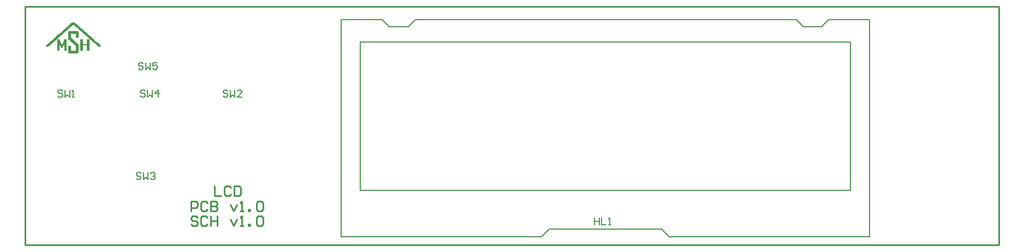
<source format=gto>
G04 Layer_Color=65535*
%FSLAX25Y25*%
%MOIN*%
G70*
G01*
G75*
%ADD10C,0.01000*%
%ADD11C,0.00787*%
G36*
X123628Y217317D02*
X122321D01*
Y220719D01*
Y220738D01*
Y220815D01*
Y220930D01*
Y221084D01*
Y221103D01*
Y221122D01*
Y221237D01*
Y221353D01*
Y221487D01*
X121187Y218816D01*
X120495D01*
X119400Y221487D01*
Y221468D01*
Y221449D01*
Y221353D01*
Y221199D01*
Y221045D01*
Y221007D01*
Y220930D01*
Y220815D01*
Y220719D01*
Y217317D01*
X118093D01*
Y224178D01*
X119361D01*
X120822Y220795D01*
Y220776D01*
X120841Y220719D01*
X120861Y220699D01*
X120880Y220757D01*
X120899Y220795D01*
X122321Y224178D01*
X123628D01*
Y217317D01*
D02*
G37*
G36*
X128260Y234576D02*
X128529Y234519D01*
X128798Y234403D01*
X129068Y234249D01*
X129337Y234038D01*
X129356D01*
X129375Y234000D01*
X129433Y233961D01*
X129509Y233884D01*
X129702Y233711D01*
X129971Y233481D01*
X130317Y233192D01*
X130720Y232827D01*
X131163Y232443D01*
X131662Y232001D01*
X132200Y231520D01*
X132796Y231001D01*
X133411Y230463D01*
X134046Y229887D01*
X134718Y229291D01*
X135391Y228695D01*
X136775Y227446D01*
X136794D01*
X136813Y227407D01*
X136871Y227369D01*
X136948Y227292D01*
X137140Y227119D01*
X137409Y226869D01*
X137755Y226581D01*
X138159Y226216D01*
X138601Y225831D01*
X139100Y225389D01*
X139658Y224889D01*
X140234Y224390D01*
X140849Y223851D01*
X141503Y223275D01*
X142156Y222698D01*
X142848Y222102D01*
X144232Y220892D01*
X144251Y220872D01*
X144328Y220795D01*
X144424Y220661D01*
X144501Y220526D01*
X144559Y220334D01*
X144597Y220142D01*
X144578Y220046D01*
X144540Y219950D01*
X144501Y219834D01*
X144424Y219738D01*
X144405Y219719D01*
X144328Y219661D01*
X144213Y219585D01*
X144078Y219508D01*
X143886Y219469D01*
X143694Y219489D01*
X143598Y219527D01*
X143482Y219565D01*
X143367Y219642D01*
X143252Y219738D01*
X143233Y219758D01*
X143194Y219796D01*
X143117Y219854D01*
X143021Y219950D01*
X142887Y220065D01*
X142733Y220180D01*
X142560Y220334D01*
X142368Y220507D01*
X141945Y220872D01*
X141464Y221295D01*
X140926Y221756D01*
X140369Y222256D01*
X139254Y223236D01*
X138697Y223698D01*
X138197Y224159D01*
X137736Y224563D01*
X137524Y224736D01*
X137332Y224908D01*
X137159Y225062D01*
X137005Y225178D01*
X136871Y225293D01*
X136775Y225389D01*
X136756Y225408D01*
X136736Y225428D01*
X136621Y225524D01*
X136467Y225658D01*
X136294Y225812D01*
X136121Y225985D01*
X135968Y226119D01*
X135852Y226216D01*
X135814Y226254D01*
X135794Y226273D01*
X135775Y226292D01*
X135737Y226331D01*
X135660Y226389D01*
X135525Y226504D01*
X135352Y226658D01*
X135122Y226869D01*
X134968Y226984D01*
X134795Y227138D01*
X134776Y227157D01*
X134737Y227176D01*
X134680Y227253D01*
X134564Y227349D01*
X134411Y227484D01*
X134199Y227657D01*
X133949Y227888D01*
X133642Y228176D01*
X133257Y228503D01*
X132815Y228906D01*
X132565Y229137D01*
X132296Y229368D01*
X132008Y229617D01*
X131681Y229906D01*
X131355Y230194D01*
X131009Y230521D01*
X130624Y230848D01*
X130221Y231213D01*
X129798Y231578D01*
X129356Y231981D01*
X128875Y232404D01*
X128376Y232846D01*
X128356Y232866D01*
X128299Y232904D01*
X128183Y232962D01*
X128049Y233019D01*
X127895Y233039D01*
X127722D01*
X127530Y232981D01*
X127415Y232923D01*
X127319Y232846D01*
X127299Y232827D01*
X127261Y232789D01*
X127184Y232731D01*
X127088Y232635D01*
X126953Y232520D01*
X126799Y232385D01*
X126646Y232251D01*
X126454Y232078D01*
X126012Y231693D01*
X125531Y231270D01*
X125012Y230790D01*
X124455Y230309D01*
X123340Y229310D01*
X122802Y228829D01*
X122302Y228387D01*
X121841Y227984D01*
X121629Y227792D01*
X121437Y227619D01*
X121283Y227484D01*
X121130Y227349D01*
X120995Y227234D01*
X120899Y227138D01*
X120880D01*
X120861Y227100D01*
X120745Y227004D01*
X120591Y226869D01*
X120419Y226715D01*
X120246Y226561D01*
X120092Y226427D01*
X119976Y226331D01*
X119938Y226312D01*
X119919Y226292D01*
X119899Y226273D01*
X119861Y226235D01*
X119784Y226177D01*
X119650Y226081D01*
X119477Y225927D01*
X119246Y225716D01*
X119092Y225581D01*
X118919Y225428D01*
X118900Y225408D01*
X118862Y225389D01*
X118804Y225312D01*
X118689Y225216D01*
X118535Y225081D01*
X118324Y224908D01*
X118074Y224678D01*
X117766Y224409D01*
X117382Y224063D01*
X116940Y223678D01*
X116690Y223448D01*
X116421Y223217D01*
X116132Y222967D01*
X115806Y222679D01*
X115479Y222391D01*
X115133Y222083D01*
X114749Y221756D01*
X114345Y221391D01*
X113922Y221026D01*
X113480Y220642D01*
X113000Y220219D01*
X112500Y219777D01*
X112461Y219758D01*
X112384Y219681D01*
X112250Y219604D01*
X112096Y219527D01*
X111904Y219489D01*
X111712D01*
X111616Y219527D01*
X111520Y219565D01*
X111424Y219642D01*
X111327Y219738D01*
X111308Y219758D01*
X111270Y219834D01*
X111212Y219950D01*
X111174Y220084D01*
Y220257D01*
X111212Y220449D01*
X111250Y220565D01*
X111327Y220661D01*
X111404Y220776D01*
X111520Y220892D01*
X111539Y220911D01*
X111558Y220930D01*
X111616Y220968D01*
X111693Y221045D01*
X111885Y221218D01*
X112154Y221449D01*
X112500Y221737D01*
X112884Y222083D01*
X113346Y222487D01*
X113845Y222929D01*
X114383Y223390D01*
X114960Y223909D01*
X115575Y224447D01*
X116209Y225005D01*
X116863Y225601D01*
X117535Y226196D01*
X118919Y227426D01*
X118939Y227446D01*
X118958Y227465D01*
X119015Y227503D01*
X119092Y227580D01*
X119284Y227753D01*
X119554Y228003D01*
X119899Y228291D01*
X120284Y228656D01*
X120745Y229060D01*
X121245Y229502D01*
X121783Y229983D01*
X122379Y230502D01*
X122994Y231040D01*
X123647Y231616D01*
X124320Y232212D01*
X124993Y232808D01*
X126415Y234038D01*
X126434Y234057D01*
X126473Y234096D01*
X126569Y234153D01*
X126665Y234211D01*
X126799Y234307D01*
X126953Y234384D01*
X127126Y234461D01*
X127338Y234519D01*
X127549Y234576D01*
X127780Y234595D01*
X128010Y234615D01*
X128260Y234576D01*
D02*
G37*
G36*
X130144Y229387D02*
X130355Y229348D01*
X130586Y229252D01*
X130797Y229099D01*
X130913Y229002D01*
X131009Y228887D01*
X131086Y228752D01*
X131143Y228580D01*
X131182Y228387D01*
X131201Y228176D01*
Y225101D01*
X129471D01*
Y227734D01*
X126261D01*
Y225101D01*
X130720Y221295D01*
X130740Y221276D01*
X130797Y221218D01*
X130874Y221122D01*
X130970Y221007D01*
X131047Y220834D01*
X131124Y220642D01*
X131182Y220411D01*
X131201Y220161D01*
Y216894D01*
Y216875D01*
Y216836D01*
Y216778D01*
X131182Y216702D01*
X131143Y216490D01*
X131047Y216279D01*
X130893Y216048D01*
X130797Y215933D01*
X130682Y215837D01*
X130528Y215760D01*
X130355Y215702D01*
X130163Y215664D01*
X129952Y215645D01*
X125685D01*
X125608Y215664D01*
X125397Y215702D01*
X125185Y215798D01*
X124954Y215952D01*
X124839Y216048D01*
X124743Y216163D01*
X124666Y216317D01*
X124608Y216490D01*
X124570Y216682D01*
X124551Y216894D01*
Y220161D01*
X126261D01*
Y217317D01*
X129471D01*
Y220161D01*
X124993Y224005D01*
X124974Y224024D01*
X124916Y224082D01*
X124858Y224159D01*
X124781Y224274D01*
X124685Y224428D01*
X124628Y224620D01*
X124570Y224851D01*
X124551Y225101D01*
Y228176D01*
Y228195D01*
Y228234D01*
Y228291D01*
X124570Y228368D01*
X124608Y228560D01*
X124705Y228791D01*
X124858Y229022D01*
X124954Y229118D01*
X125070Y229214D01*
X125224Y229291D01*
X125397Y229348D01*
X125589Y229387D01*
X125800Y229406D01*
X130067D01*
X130144Y229387D01*
D02*
G37*
G36*
X137659Y217317D02*
X136160D01*
Y220430D01*
X133565D01*
Y217317D01*
X132104D01*
Y224178D01*
X133565D01*
Y221372D01*
X136160D01*
Y224178D01*
X137659D01*
Y217317D01*
D02*
G37*
D10*
X692913Y98425D02*
Y244094D01*
X98425D02*
X692913D01*
X98425Y98425D02*
X692913D01*
X98425D02*
Y244094D01*
X199724Y119153D02*
Y125152D01*
X202723D01*
X203723Y124152D01*
Y122153D01*
X202723Y121153D01*
X199724D01*
X209721Y124152D02*
X208721Y125152D01*
X206722D01*
X205722Y124152D01*
Y120153D01*
X206722Y119153D01*
X208721D01*
X209721Y120153D01*
X211720Y125152D02*
Y119153D01*
X214720D01*
X215719Y120153D01*
Y121153D01*
X214720Y122153D01*
X211720D01*
X214720D01*
X215719Y123152D01*
Y124152D01*
X214720Y125152D01*
X211720D01*
X223717Y123152D02*
X225716Y119153D01*
X227715Y123152D01*
X229715Y119153D02*
X231714D01*
X230714D01*
Y125152D01*
X229715Y124152D01*
X234713Y119153D02*
Y120153D01*
X235713D01*
Y119153D01*
X234713D01*
X239711Y124152D02*
X240711Y125152D01*
X242710D01*
X243710Y124152D01*
Y120153D01*
X242710Y119153D01*
X240711D01*
X239711Y120153D01*
Y124152D01*
X203723Y115333D02*
X202723Y116333D01*
X200724D01*
X199724Y115333D01*
Y114333D01*
X200724Y113334D01*
X202723D01*
X203723Y112334D01*
Y111334D01*
X202723Y110335D01*
X200724D01*
X199724Y111334D01*
X209721Y115333D02*
X208721Y116333D01*
X206722D01*
X205722Y115333D01*
Y111334D01*
X206722Y110335D01*
X208721D01*
X209721Y111334D01*
X211720Y116333D02*
Y110335D01*
Y113334D01*
X215719D01*
Y116333D01*
Y110335D01*
X223717Y114333D02*
X225716Y110335D01*
X227715Y114333D01*
X229715Y110335D02*
X231714D01*
X230714D01*
Y116333D01*
X229715Y115333D01*
X234713Y110335D02*
Y111334D01*
X235713D01*
Y110335D01*
X234713D01*
X239711Y115333D02*
X240711Y116333D01*
X242710D01*
X243710Y115333D01*
Y111334D01*
X242710Y110335D01*
X240711D01*
X239711Y111334D01*
Y115333D01*
X214173Y134502D02*
Y128504D01*
X218172D01*
X224170Y133502D02*
X223170Y134502D01*
X221171D01*
X220171Y133502D01*
Y129504D01*
X221171Y128504D01*
X223170D01*
X224170Y129504D01*
X226169Y134502D02*
Y128504D01*
X229168D01*
X230168Y129504D01*
Y133502D01*
X229168Y134502D01*
X226169D01*
D11*
X614173Y227953D02*
Y236221D01*
X588976D02*
X614173D01*
Y114567D02*
Y227953D01*
Y113386D02*
Y114567D01*
Y103543D02*
Y113386D01*
X491732Y103543D02*
X614173D01*
X487008Y108268D02*
X491732Y103543D01*
X291339D02*
X413779D01*
X418504Y108268D01*
X291339Y225590D02*
Y236221D01*
Y114173D02*
Y225590D01*
Y236221D02*
X316535D01*
X291339Y103543D02*
Y114173D01*
X418504Y108268D02*
X487008D01*
X320866Y231890D02*
X332283D01*
X336614Y236221D01*
X573622Y231890D02*
X584646D01*
X569291Y236221D02*
X573622Y231890D01*
X584646D02*
X588976Y236221D01*
X316535D02*
X320866Y231890D01*
X336614Y236221D02*
X569291D01*
X303150Y222441D02*
X452756D01*
X303150Y131890D02*
Y222441D01*
X452756Y131890D02*
X602362D01*
X303150D02*
X452756D01*
X602362D02*
Y222441D01*
X452756D02*
X602362D01*
X170445Y209316D02*
X169724Y210038D01*
X168281D01*
X167559Y209316D01*
Y208595D01*
X168281Y207873D01*
X169724D01*
X170445Y207152D01*
Y206430D01*
X169724Y205709D01*
X168281D01*
X167559Y206430D01*
X171888Y210038D02*
Y205709D01*
X173331Y207152D01*
X174775Y205709D01*
Y210038D01*
X179104D02*
X176218D01*
Y207873D01*
X177661Y208595D01*
X178382D01*
X179104Y207873D01*
Y206430D01*
X178382Y205709D01*
X176939D01*
X176218Y206430D01*
X171705Y192584D02*
X170984Y193306D01*
X169541D01*
X168819Y192584D01*
Y191863D01*
X169541Y191141D01*
X170984D01*
X171705Y190419D01*
Y189698D01*
X170984Y188976D01*
X169541D01*
X168819Y189698D01*
X173148Y193306D02*
Y188976D01*
X174591Y190419D01*
X176034Y188976D01*
Y193306D01*
X179642Y188976D02*
Y193306D01*
X177478Y191141D01*
X180364D01*
X169185Y142190D02*
X168464Y142912D01*
X167021D01*
X166299Y142190D01*
Y141469D01*
X167021Y140747D01*
X168464D01*
X169185Y140026D01*
Y139304D01*
X168464Y138583D01*
X167021D01*
X166299Y139304D01*
X170628Y142912D02*
Y138583D01*
X172072Y140026D01*
X173515Y138583D01*
Y142912D01*
X174958Y142190D02*
X175679Y142912D01*
X177122D01*
X177844Y142190D01*
Y141469D01*
X177122Y140747D01*
X176401D01*
X177122D01*
X177844Y140026D01*
Y139304D01*
X177122Y138583D01*
X175679D01*
X174958Y139304D01*
X222099Y192584D02*
X221377Y193306D01*
X219934D01*
X219213Y192584D01*
Y191863D01*
X219934Y191141D01*
X221377D01*
X222099Y190419D01*
Y189698D01*
X221377Y188976D01*
X219934D01*
X219213Y189698D01*
X223542Y193306D02*
Y188976D01*
X224985Y190419D01*
X226428Y188976D01*
Y193306D01*
X230757Y188976D02*
X227871D01*
X230757Y191863D01*
Y192584D01*
X230036Y193306D01*
X228593D01*
X227871Y192584D01*
X121311D02*
X120590Y193306D01*
X119147D01*
X118425Y192584D01*
Y191863D01*
X119147Y191141D01*
X120590D01*
X121311Y190419D01*
Y189698D01*
X120590Y188976D01*
X119147D01*
X118425Y189698D01*
X122755Y193306D02*
Y188976D01*
X124198Y190419D01*
X125641Y188976D01*
Y193306D01*
X127084Y188976D02*
X128527D01*
X127805D01*
Y193306D01*
X127084Y192584D01*
X445984Y115196D02*
Y110866D01*
Y113031D01*
X448871D01*
Y115196D01*
Y110866D01*
X450314Y115196D02*
Y110866D01*
X453200D01*
X454643D02*
X456086D01*
X455364D01*
Y115196D01*
X454643Y114474D01*
M02*

</source>
